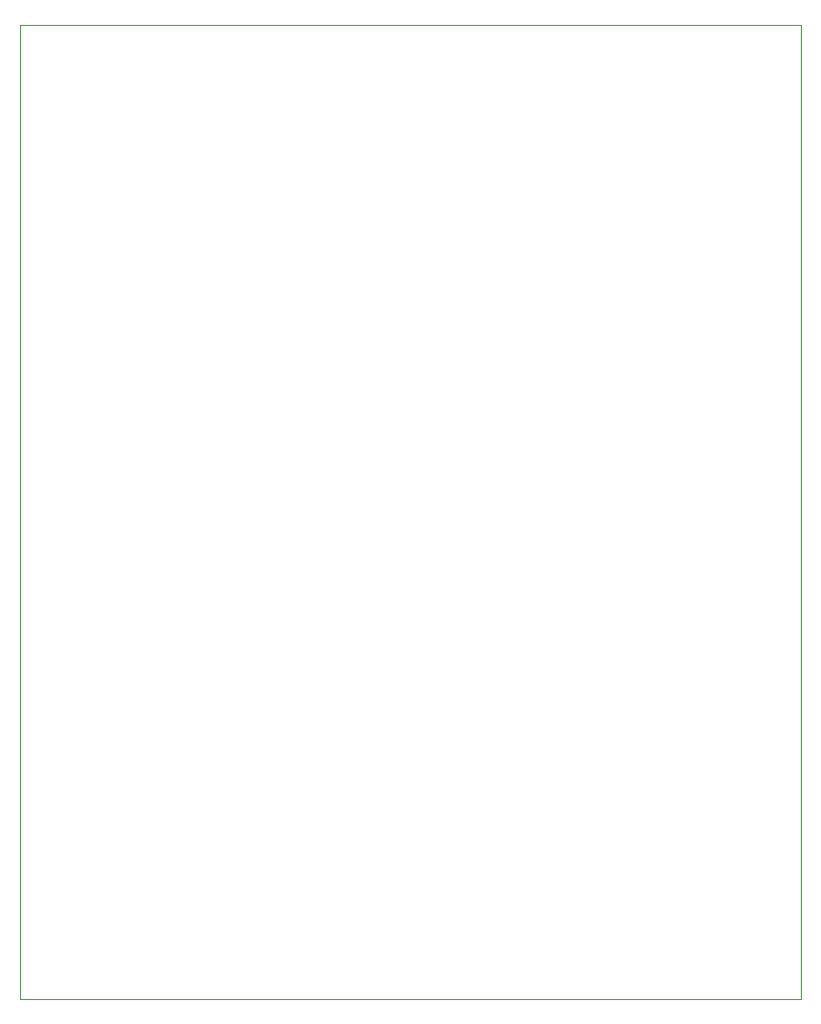
<source format=gko>
G04*
G04 #@! TF.GenerationSoftware,Altium Limited,Altium Designer,20.0.11 (256)*
G04*
G04 Layer_Color=16711935*
%FSLAX25Y25*%
%MOIN*%
G70*
G01*
G75*
%ADD13C,0.00394*%
D13*
X0Y0D02*
X271654D01*
Y338583D01*
X0D02*
X271654D01*
X0Y0D02*
Y338583D01*
M02*

</source>
